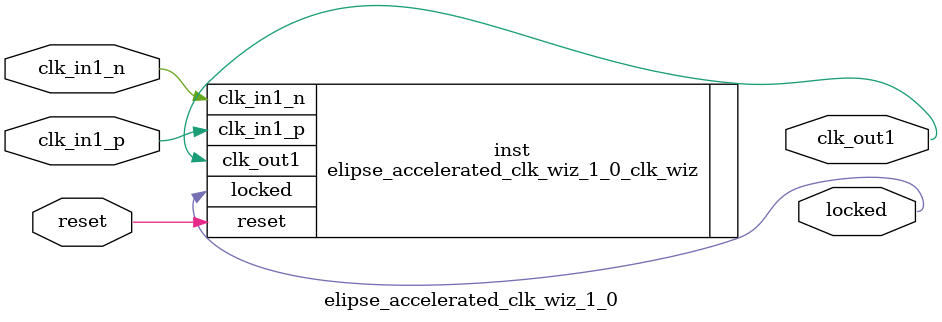
<source format=v>


`timescale 1ps/1ps

(* CORE_GENERATION_INFO = "elipse_accelerated_clk_wiz_1_0,clk_wiz_v6_0_3_0_0,{component_name=elipse_accelerated_clk_wiz_1_0,use_phase_alignment=true,use_min_o_jitter=false,use_max_i_jitter=false,use_dyn_phase_shift=false,use_inclk_switchover=false,use_dyn_reconfig=false,enable_axi=0,feedback_source=FDBK_AUTO,PRIMITIVE=MMCM,num_out_clk=1,clkin1_period=10.000,clkin2_period=10.000,use_power_down=false,use_reset=true,use_locked=true,use_inclk_stopped=false,feedback_type=SINGLE,CLOCK_MGR_TYPE=NA,manual_override=false}" *)

module elipse_accelerated_clk_wiz_1_0 
 (
  // Clock out ports
  output        clk_out1,
  // Status and control signals
  input         reset,
  output        locked,
 // Clock in ports
  input         clk_in1_p,
  input         clk_in1_n
 );

  elipse_accelerated_clk_wiz_1_0_clk_wiz inst
  (
  // Clock out ports  
  .clk_out1(clk_out1),
  // Status and control signals               
  .reset(reset), 
  .locked(locked),
 // Clock in ports
  .clk_in1_p(clk_in1_p),
  .clk_in1_n(clk_in1_n)
  );

endmodule

</source>
